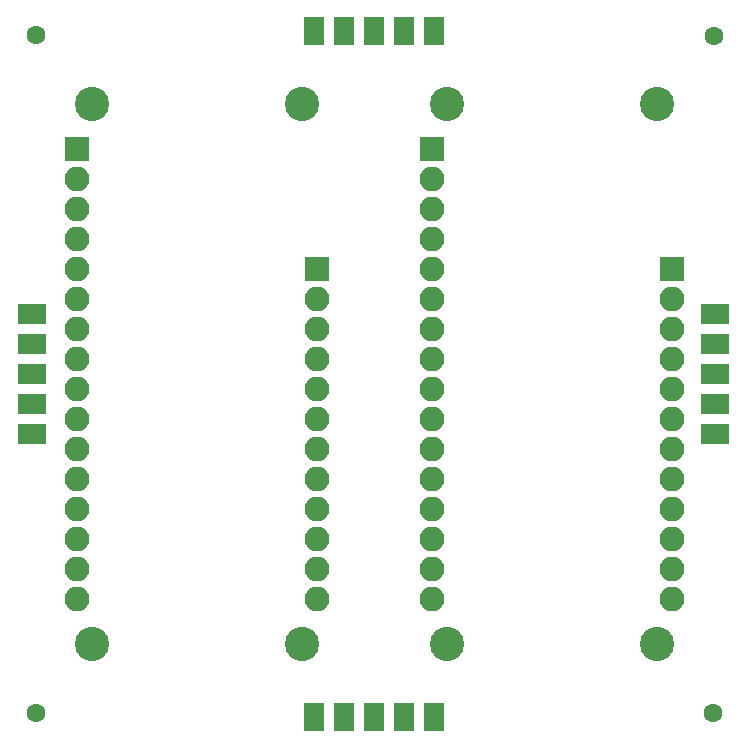
<source format=gbr>
G04 #@! TF.GenerationSoftware,KiCad,Pcbnew,(5.0.0-rc2-dev-111-gc69db6c)*
G04 #@! TF.CreationDate,2018-03-20T00:35:28-07:00*
G04 #@! TF.ProjectId,Feather_Trellis,466561746865725F5472656C6C69732E,rev?*
G04 #@! TF.SameCoordinates,Original*
G04 #@! TF.FileFunction,Soldermask,Bot*
G04 #@! TF.FilePolarity,Negative*
%FSLAX46Y46*%
G04 Gerber Fmt 4.6, Leading zero omitted, Abs format (unit mm)*
G04 Created by KiCad (PCBNEW (5.0.0-rc2-dev-111-gc69db6c)) date Tuesday, March 20, 2018 at 12:35:28 AM*
%MOMM*%
%LPD*%
G01*
G04 APERTURE LIST*
%ADD10C,1.600000*%
%ADD11R,2.400000X1.670000*%
%ADD12R,1.670000X2.400000*%
%ADD13C,2.900000*%
%ADD14R,2.100000X2.100000*%
%ADD15O,2.100000X2.100000*%
G04 APERTURE END LIST*
D10*
X148700000Y-88700000D03*
X148760000Y-31310000D03*
X91300000Y-88700000D03*
X91300000Y-31300000D03*
D11*
X148840000Y-65030000D03*
X148840000Y-62490000D03*
X148840000Y-59950000D03*
X148840000Y-57410000D03*
X148840000Y-54870000D03*
D12*
X125080000Y-89000000D03*
X122540000Y-89000000D03*
X120000000Y-89000000D03*
X117460000Y-89000000D03*
X114920000Y-89000000D03*
D11*
X91000000Y-65080000D03*
X91000000Y-62540000D03*
X91000000Y-60000000D03*
X91000000Y-57460000D03*
X91000000Y-54920000D03*
D12*
X114920000Y-30950000D03*
X117460000Y-30950000D03*
X120000000Y-30950000D03*
X122540000Y-30950000D03*
X125080000Y-30950000D03*
D13*
X126110000Y-82860000D03*
X143890000Y-82860000D03*
X96110000Y-37140000D03*
X113890000Y-82860000D03*
X143890000Y-37140000D03*
X113890000Y-37140000D03*
X126110000Y-37140000D03*
X96110000Y-82860000D03*
D14*
X145160000Y-51110000D03*
D15*
X145160000Y-53650000D03*
X145160000Y-56190000D03*
X145160000Y-58730000D03*
X145160000Y-61270000D03*
X145160000Y-63810000D03*
X145160000Y-66350000D03*
X145160000Y-68890000D03*
X145160000Y-71430000D03*
X145160000Y-73970000D03*
X145160000Y-76510000D03*
X145160000Y-79050000D03*
X115160000Y-79050000D03*
X115160000Y-76510000D03*
X115160000Y-73970000D03*
X115160000Y-71430000D03*
X115160000Y-68890000D03*
X115160000Y-66350000D03*
X115160000Y-63810000D03*
X115160000Y-61270000D03*
X115160000Y-58730000D03*
X115160000Y-56190000D03*
X115160000Y-53650000D03*
D14*
X115160000Y-51110000D03*
X124840000Y-40950000D03*
D15*
X124840000Y-43490000D03*
X124840000Y-46030000D03*
X124840000Y-48570000D03*
X124840000Y-51110000D03*
X124840000Y-53650000D03*
X124840000Y-56190000D03*
X124840000Y-58730000D03*
X124840000Y-61270000D03*
X124840000Y-63810000D03*
X124840000Y-66350000D03*
X124840000Y-68890000D03*
X124840000Y-71430000D03*
X124840000Y-73970000D03*
X124840000Y-76510000D03*
X124840000Y-79050000D03*
X94840000Y-79050000D03*
X94840000Y-76510000D03*
X94840000Y-73970000D03*
X94840000Y-71430000D03*
X94840000Y-68890000D03*
X94840000Y-66350000D03*
X94840000Y-63810000D03*
X94840000Y-61270000D03*
X94840000Y-58730000D03*
X94840000Y-56190000D03*
X94840000Y-53650000D03*
X94840000Y-51110000D03*
X94840000Y-48570000D03*
X94840000Y-46030000D03*
X94840000Y-43490000D03*
D14*
X94840000Y-40950000D03*
M02*

</source>
